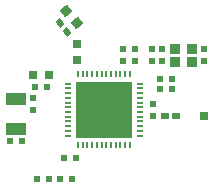
<source format=gtp>
G04 Layer_Color=8421504*
%FSLAX24Y24*%
%MOIN*%
G70*
G01*
G75*
%ADD10R,0.0197X0.0236*%
%ADD11R,0.0236X0.0197*%
%ADD12R,0.0374X0.0335*%
%ADD13R,0.0256X0.0197*%
%ADD14R,0.0295X0.0315*%
%ADD15R,0.0709X0.0394*%
%ADD16R,0.0300X0.0300*%
G04:AMPARAMS|DCode=17|XSize=31.5mil|YSize=29.5mil|CornerRadius=0mil|HoleSize=0mil|Usage=FLASHONLY|Rotation=40.000|XOffset=0mil|YOffset=0mil|HoleType=Round|Shape=Rectangle|*
%AMROTATEDRECTD17*
4,1,4,-0.0026,-0.0214,-0.0216,0.0012,0.0026,0.0214,0.0216,-0.0012,-0.0026,-0.0214,0.0*
%
%ADD17ROTATEDRECTD17*%

G04:AMPARAMS|DCode=18|XSize=19.7mil|YSize=25.6mil|CornerRadius=0mil|HoleSize=0mil|Usage=FLASHONLY|Rotation=40.000|XOffset=0mil|YOffset=0mil|HoleType=Round|Shape=Rectangle|*
%AMROTATEDRECTD18*
4,1,4,0.0007,-0.0161,-0.0158,0.0035,-0.0007,0.0161,0.0158,-0.0035,0.0007,-0.0161,0.0*
%
%ADD18ROTATEDRECTD18*%

%ADD19R,0.0315X0.0295*%
%ADD20O,0.0256X0.0079*%
%ADD21O,0.0079X0.0256*%
%ADD22R,0.1850X0.1850*%
D10*
X1030Y2007D02*
D03*
Y1613D02*
D03*
X1940Y2007D02*
D03*
Y1613D02*
D03*
X1650Y-197D02*
D03*
Y197D02*
D03*
X1590Y2007D02*
D03*
Y1613D02*
D03*
X-2380Y-17D02*
D03*
Y377D02*
D03*
X3340Y1613D02*
D03*
Y2007D02*
D03*
X650Y1613D02*
D03*
Y2007D02*
D03*
D11*
X-1467Y-2300D02*
D03*
X-1073D02*
D03*
X-2297Y740D02*
D03*
X-1903D02*
D03*
X1883Y680D02*
D03*
X2277D02*
D03*
X2277Y1030D02*
D03*
X1883D02*
D03*
X-2237Y-2300D02*
D03*
X-1843D02*
D03*
X-3137Y-1060D02*
D03*
X-2743D02*
D03*
X-1317Y-1610D02*
D03*
X-923D02*
D03*
D12*
X2355Y1584D02*
D03*
Y2036D02*
D03*
X2925D02*
D03*
Y1584D02*
D03*
D13*
X2023Y-200D02*
D03*
X2397D02*
D03*
D14*
X-1834Y1150D02*
D03*
X-2366D02*
D03*
D15*
X-2940Y342D02*
D03*
Y-642D02*
D03*
D16*
X3350Y-197D02*
D03*
D17*
X-1251Y3286D02*
D03*
X-909Y2878D02*
D03*
D18*
X-1230Y2599D02*
D03*
X-1470Y2885D02*
D03*
D19*
X-890Y2188D02*
D03*
Y1656D02*
D03*
D20*
X-1191Y866D02*
D03*
Y709D02*
D03*
Y551D02*
D03*
Y394D02*
D03*
Y236D02*
D03*
Y79D02*
D03*
Y-79D02*
D03*
Y-236D02*
D03*
Y-394D02*
D03*
Y-551D02*
D03*
Y-709D02*
D03*
Y-866D02*
D03*
X1191D02*
D03*
Y-709D02*
D03*
Y-551D02*
D03*
Y-394D02*
D03*
Y-236D02*
D03*
Y-79D02*
D03*
Y79D02*
D03*
Y236D02*
D03*
Y394D02*
D03*
Y551D02*
D03*
Y709D02*
D03*
Y866D02*
D03*
D21*
X-866Y-1191D02*
D03*
X-709D02*
D03*
X-551D02*
D03*
X-394D02*
D03*
X-236D02*
D03*
X-79D02*
D03*
X79D02*
D03*
X236D02*
D03*
X394D02*
D03*
X551D02*
D03*
X709D02*
D03*
X866D02*
D03*
Y1191D02*
D03*
X709D02*
D03*
X551D02*
D03*
X394D02*
D03*
X236D02*
D03*
X79D02*
D03*
X-79D02*
D03*
X-236D02*
D03*
X-394D02*
D03*
X-551D02*
D03*
X-709D02*
D03*
X-866D02*
D03*
D22*
X0Y0D02*
D03*
M02*

</source>
